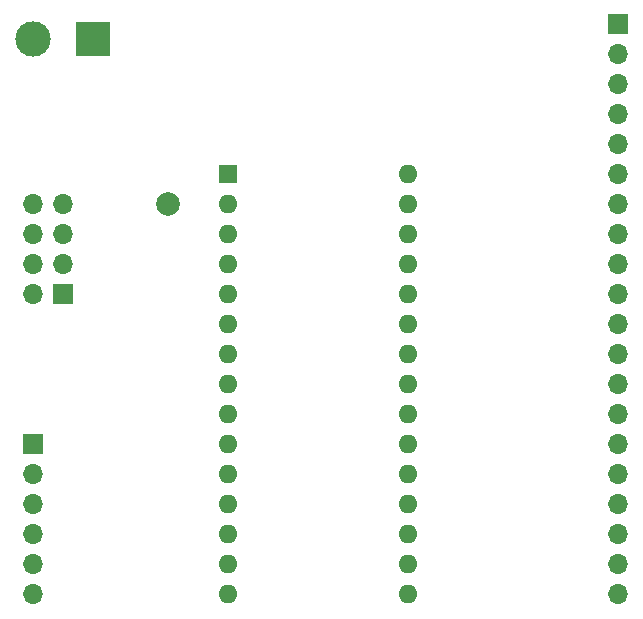
<source format=gbr>
%TF.GenerationSoftware,KiCad,Pcbnew,(5.1.10)-1*%
%TF.CreationDate,2021-07-29T09:59:02+03:00*%
%TF.ProjectId,YevgeniK,59657667-656e-4694-9b2e-6b696361645f,rev?*%
%TF.SameCoordinates,Original*%
%TF.FileFunction,Soldermask,Bot*%
%TF.FilePolarity,Negative*%
%FSLAX46Y46*%
G04 Gerber Fmt 4.6, Leading zero omitted, Abs format (unit mm)*
G04 Created by KiCad (PCBNEW (5.1.10)-1) date 2021-07-29 09:59:02*
%MOMM*%
%LPD*%
G01*
G04 APERTURE LIST*
%ADD10R,1.600000X1.600000*%
%ADD11O,1.600000X1.600000*%
%ADD12R,3.000000X3.000000*%
%ADD13C,3.000000*%
%ADD14R,1.700000X1.700000*%
%ADD15O,1.700000X1.700000*%
%ADD16C,2.000000*%
G04 APERTURE END LIST*
D10*
%TO.C,A1*%
X158750000Y-88900000D03*
D11*
X173990000Y-121920000D03*
X158750000Y-91440000D03*
X173990000Y-119380000D03*
X158750000Y-93980000D03*
X173990000Y-116840000D03*
X158750000Y-96520000D03*
X173990000Y-114300000D03*
X158750000Y-99060000D03*
X173990000Y-111760000D03*
X158750000Y-101600000D03*
X173990000Y-109220000D03*
X158750000Y-104140000D03*
X173990000Y-106680000D03*
X158750000Y-106680000D03*
X173990000Y-104140000D03*
X158750000Y-109220000D03*
X173990000Y-101600000D03*
X158750000Y-111760000D03*
X173990000Y-99060000D03*
X158750000Y-114300000D03*
X173990000Y-96520000D03*
X158750000Y-116840000D03*
X173990000Y-93980000D03*
X158750000Y-119380000D03*
X173990000Y-91440000D03*
X158750000Y-121920000D03*
X173990000Y-88900000D03*
X158750000Y-124460000D03*
X173990000Y-124460000D03*
%TD*%
D12*
%TO.C,J1*%
X147320000Y-77470000D03*
D13*
X142240000Y-77470000D03*
%TD*%
D14*
%TO.C,J2*%
X191770000Y-76200000D03*
D15*
X191770000Y-78740000D03*
X191770000Y-81280000D03*
X191770000Y-83820000D03*
X191770000Y-86360000D03*
X191770000Y-88900000D03*
X191770000Y-91440000D03*
X191770000Y-93980000D03*
X191770000Y-96520000D03*
X191770000Y-99060000D03*
X191770000Y-101600000D03*
X191770000Y-104140000D03*
X191770000Y-106680000D03*
X191770000Y-109220000D03*
X191770000Y-111760000D03*
X191770000Y-114300000D03*
X191770000Y-116840000D03*
X191770000Y-119380000D03*
X191770000Y-121920000D03*
X191770000Y-124460000D03*
%TD*%
D14*
%TO.C,J3*%
X144780000Y-99060000D03*
D15*
X142240000Y-99060000D03*
X144780000Y-96520000D03*
X142240000Y-96520000D03*
X144780000Y-93980000D03*
X142240000Y-93980000D03*
X144780000Y-91440000D03*
X142240000Y-91440000D03*
%TD*%
D14*
%TO.C,J4*%
X142240000Y-111760000D03*
D15*
X142240000Y-114300000D03*
X142240000Y-116840000D03*
X142240000Y-119380000D03*
X142240000Y-121920000D03*
X142240000Y-124460000D03*
%TD*%
D16*
%TO.C,TP1*%
X153670000Y-91440000D03*
%TD*%
M02*

</source>
